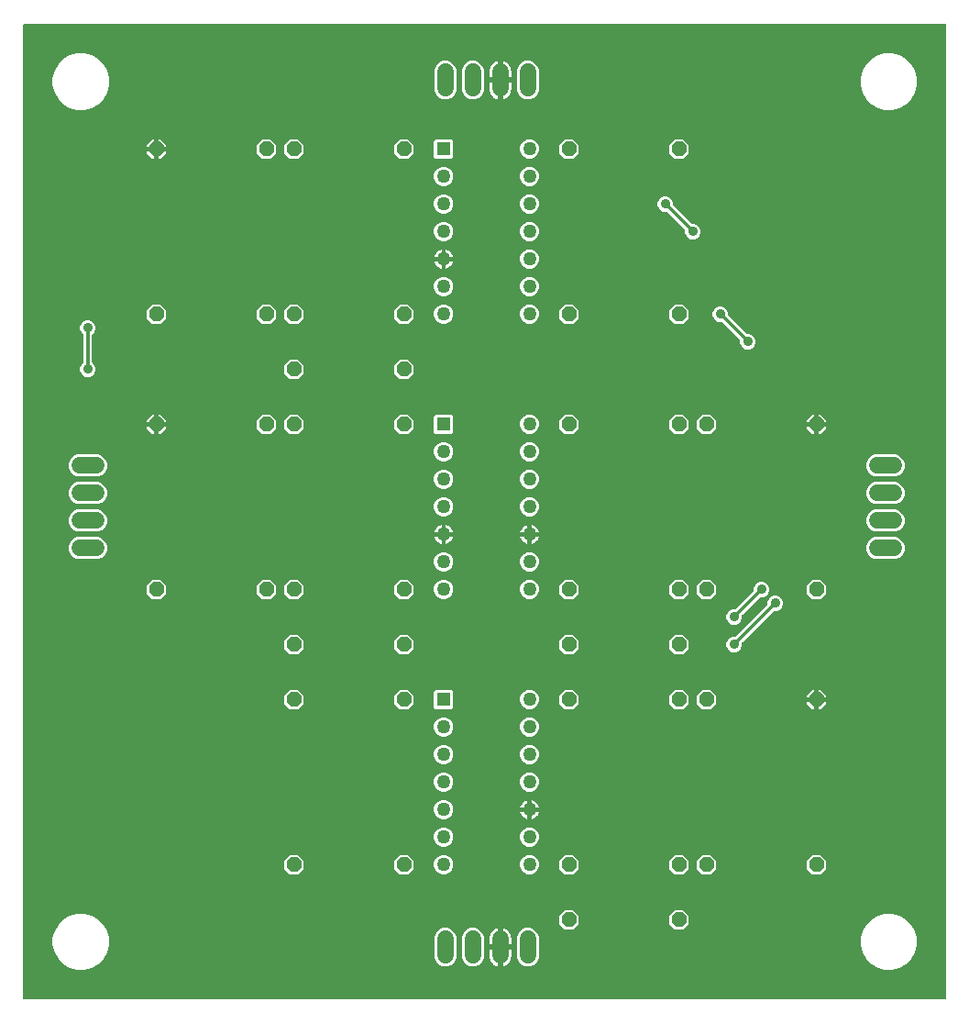
<source format=gbr>
G04 EAGLE Gerber RS-274X export*
G75*
%MOMM*%
%FSLAX34Y34*%
%LPD*%
%INBottom Copper*%
%IPPOS*%
%AMOC8*
5,1,8,0,0,1.08239X$1,22.5*%
G01*
%ADD10R,1.267000X1.267000*%
%ADD11C,1.267000*%
%ADD12P,1.429621X8X202.500000*%
%ADD13P,1.429621X8X22.500000*%
%ADD14C,1.524000*%
%ADD15C,0.914400*%
%ADD16C,0.304800*%

G36*
X861467Y10164D02*
X861467Y10164D01*
X861493Y10162D01*
X861640Y10184D01*
X861787Y10201D01*
X861812Y10209D01*
X861838Y10213D01*
X861976Y10268D01*
X862115Y10318D01*
X862137Y10332D01*
X862162Y10342D01*
X862283Y10427D01*
X862408Y10507D01*
X862426Y10526D01*
X862448Y10541D01*
X862547Y10651D01*
X862650Y10758D01*
X862664Y10780D01*
X862681Y10800D01*
X862753Y10930D01*
X862829Y11057D01*
X862837Y11082D01*
X862850Y11105D01*
X862890Y11248D01*
X862935Y11389D01*
X862937Y11415D01*
X862945Y11440D01*
X862964Y11684D01*
X862964Y909066D01*
X862961Y909092D01*
X862963Y909118D01*
X862941Y909265D01*
X862924Y909412D01*
X862916Y909437D01*
X862912Y909463D01*
X862857Y909601D01*
X862807Y909740D01*
X862793Y909762D01*
X862783Y909787D01*
X862698Y909908D01*
X862618Y910033D01*
X862599Y910051D01*
X862584Y910073D01*
X862474Y910172D01*
X862367Y910275D01*
X862345Y910289D01*
X862325Y910306D01*
X862195Y910378D01*
X862068Y910454D01*
X862043Y910462D01*
X862020Y910475D01*
X861877Y910515D01*
X861736Y910560D01*
X861710Y910562D01*
X861685Y910570D01*
X861441Y910589D01*
X11684Y910589D01*
X11658Y910586D01*
X11632Y910588D01*
X11485Y910566D01*
X11338Y910549D01*
X11313Y910541D01*
X11287Y910537D01*
X11149Y910482D01*
X11010Y910432D01*
X10988Y910418D01*
X10963Y910408D01*
X10842Y910323D01*
X10717Y910243D01*
X10699Y910224D01*
X10677Y910209D01*
X10578Y910099D01*
X10475Y909992D01*
X10461Y909970D01*
X10444Y909950D01*
X10372Y909820D01*
X10296Y909693D01*
X10288Y909668D01*
X10275Y909645D01*
X10235Y909502D01*
X10190Y909361D01*
X10188Y909335D01*
X10180Y909310D01*
X10161Y909066D01*
X10161Y11684D01*
X10164Y11658D01*
X10162Y11632D01*
X10184Y11485D01*
X10201Y11338D01*
X10209Y11313D01*
X10213Y11287D01*
X10268Y11149D01*
X10318Y11010D01*
X10332Y10988D01*
X10342Y10963D01*
X10427Y10842D01*
X10507Y10717D01*
X10526Y10699D01*
X10541Y10677D01*
X10651Y10578D01*
X10758Y10475D01*
X10780Y10461D01*
X10800Y10444D01*
X10930Y10372D01*
X11057Y10296D01*
X11082Y10288D01*
X11105Y10275D01*
X11248Y10235D01*
X11389Y10190D01*
X11415Y10188D01*
X11440Y10180D01*
X11684Y10161D01*
X861441Y10161D01*
X861467Y10164D01*
G37*
%LPC*%
G36*
X806197Y831214D02*
X806197Y831214D01*
X799576Y832989D01*
X793639Y836416D01*
X788791Y841264D01*
X785364Y847201D01*
X783589Y853822D01*
X783589Y860678D01*
X785364Y867299D01*
X788791Y873236D01*
X793639Y878084D01*
X799576Y881511D01*
X806197Y883286D01*
X813053Y883286D01*
X819674Y881511D01*
X825611Y878084D01*
X830459Y873236D01*
X833886Y867299D01*
X835661Y860678D01*
X835661Y853822D01*
X833886Y847201D01*
X830459Y841264D01*
X825611Y836416D01*
X819674Y832989D01*
X813053Y831214D01*
X806197Y831214D01*
G37*
%LPD*%
%LPC*%
G36*
X60072Y831214D02*
X60072Y831214D01*
X53451Y832989D01*
X47514Y836416D01*
X42666Y841264D01*
X39239Y847201D01*
X37464Y853822D01*
X37464Y860678D01*
X39239Y867299D01*
X42666Y873236D01*
X47514Y878084D01*
X53451Y881511D01*
X60072Y883286D01*
X66928Y883286D01*
X73549Y881511D01*
X79486Y878084D01*
X84334Y873236D01*
X87761Y867299D01*
X89536Y860678D01*
X89536Y853822D01*
X87761Y847201D01*
X84334Y841264D01*
X79486Y836416D01*
X73549Y832989D01*
X66928Y831214D01*
X60072Y831214D01*
G37*
%LPD*%
%LPC*%
G36*
X60072Y37464D02*
X60072Y37464D01*
X53451Y39239D01*
X47514Y42666D01*
X42666Y47514D01*
X39239Y53451D01*
X37464Y60072D01*
X37464Y66928D01*
X39239Y73549D01*
X42666Y79486D01*
X47514Y84334D01*
X53451Y87761D01*
X60072Y89536D01*
X66928Y89536D01*
X73549Y87761D01*
X79486Y84334D01*
X84334Y79486D01*
X87761Y73549D01*
X89536Y66928D01*
X89536Y60072D01*
X87761Y53451D01*
X84334Y47514D01*
X79486Y42666D01*
X73549Y39239D01*
X66928Y37464D01*
X60072Y37464D01*
G37*
%LPD*%
%LPC*%
G36*
X806197Y37464D02*
X806197Y37464D01*
X799576Y39239D01*
X793639Y42666D01*
X788791Y47514D01*
X785364Y53451D01*
X783589Y60072D01*
X783589Y66928D01*
X785364Y73549D01*
X788791Y79486D01*
X793639Y84334D01*
X799576Y87761D01*
X806197Y89536D01*
X813053Y89536D01*
X819674Y87761D01*
X825611Y84334D01*
X830459Y79486D01*
X833886Y73549D01*
X835661Y66928D01*
X835661Y60072D01*
X833886Y53451D01*
X830459Y47514D01*
X825611Y42666D01*
X819674Y39239D01*
X813053Y37464D01*
X806197Y37464D01*
G37*
%LPD*%
%LPC*%
G36*
X665335Y330707D02*
X665335Y330707D01*
X662721Y331790D01*
X660720Y333791D01*
X659637Y336405D01*
X659637Y339235D01*
X660720Y341849D01*
X662721Y343850D01*
X665335Y344933D01*
X667483Y344933D01*
X667609Y344947D01*
X667735Y344954D01*
X667782Y344967D01*
X667830Y344973D01*
X667949Y345015D01*
X668070Y345050D01*
X668112Y345074D01*
X668158Y345090D01*
X668264Y345159D01*
X668374Y345220D01*
X668420Y345260D01*
X668450Y345279D01*
X668484Y345314D01*
X668560Y345379D01*
X697291Y374110D01*
X697370Y374209D01*
X697454Y374302D01*
X697478Y374345D01*
X697508Y374383D01*
X697562Y374497D01*
X697623Y374607D01*
X697636Y374654D01*
X697657Y374698D01*
X697683Y374821D01*
X697718Y374943D01*
X697723Y375004D01*
X697730Y375038D01*
X697729Y375086D01*
X697737Y375187D01*
X697737Y377335D01*
X698820Y379949D01*
X700821Y381950D01*
X703435Y383033D01*
X706265Y383033D01*
X708879Y381950D01*
X710880Y379949D01*
X711963Y377335D01*
X711963Y374505D01*
X710880Y371891D01*
X708879Y369890D01*
X706265Y368807D01*
X704117Y368807D01*
X703991Y368793D01*
X703865Y368786D01*
X703818Y368773D01*
X703770Y368767D01*
X703651Y368725D01*
X703530Y368690D01*
X703488Y368666D01*
X703442Y368650D01*
X703336Y368581D01*
X703226Y368520D01*
X703180Y368480D01*
X703150Y368461D01*
X703116Y368426D01*
X703040Y368361D01*
X674309Y339630D01*
X674230Y339531D01*
X674146Y339438D01*
X674122Y339395D01*
X674092Y339357D01*
X674038Y339243D01*
X673977Y339133D01*
X673964Y339086D01*
X673943Y339042D01*
X673917Y338919D01*
X673882Y338797D01*
X673877Y338736D01*
X673870Y338702D01*
X673871Y338654D01*
X673863Y338553D01*
X673863Y336405D01*
X672780Y333791D01*
X670779Y331790D01*
X668165Y330707D01*
X665335Y330707D01*
G37*
%LPD*%
%LPC*%
G36*
X474229Y840739D02*
X474229Y840739D01*
X470494Y842286D01*
X467636Y845144D01*
X466089Y848879D01*
X466089Y868161D01*
X467636Y871896D01*
X470494Y874754D01*
X474229Y876301D01*
X478271Y876301D01*
X482006Y874754D01*
X484864Y871896D01*
X486411Y868161D01*
X486411Y848879D01*
X484864Y845144D01*
X482006Y842286D01*
X478271Y840739D01*
X474229Y840739D01*
G37*
%LPD*%
%LPC*%
G36*
X423429Y840739D02*
X423429Y840739D01*
X419694Y842286D01*
X416836Y845144D01*
X415289Y848879D01*
X415289Y868161D01*
X416836Y871896D01*
X419694Y874754D01*
X423429Y876301D01*
X427471Y876301D01*
X431206Y874754D01*
X434064Y871896D01*
X435611Y868161D01*
X435611Y848879D01*
X434064Y845144D01*
X431206Y842286D01*
X427471Y840739D01*
X423429Y840739D01*
G37*
%LPD*%
%LPC*%
G36*
X398029Y840739D02*
X398029Y840739D01*
X394294Y842286D01*
X391436Y845144D01*
X389889Y848879D01*
X389889Y868161D01*
X391436Y871896D01*
X394294Y874754D01*
X398029Y876301D01*
X402071Y876301D01*
X405806Y874754D01*
X408664Y871896D01*
X410211Y868161D01*
X410211Y848879D01*
X408664Y845144D01*
X405806Y842286D01*
X402071Y840739D01*
X398029Y840739D01*
G37*
%LPD*%
%LPC*%
G36*
X796809Y492759D02*
X796809Y492759D01*
X793074Y494306D01*
X790216Y497164D01*
X788669Y500899D01*
X788669Y504941D01*
X790216Y508676D01*
X793074Y511534D01*
X796809Y513081D01*
X816091Y513081D01*
X819826Y511534D01*
X822684Y508676D01*
X824231Y504941D01*
X824231Y500899D01*
X822684Y497164D01*
X819826Y494306D01*
X816091Y492759D01*
X796809Y492759D01*
G37*
%LPD*%
%LPC*%
G36*
X60209Y492759D02*
X60209Y492759D01*
X56474Y494306D01*
X53616Y497164D01*
X52069Y500899D01*
X52069Y504941D01*
X53616Y508676D01*
X56474Y511534D01*
X60209Y513081D01*
X79491Y513081D01*
X83226Y511534D01*
X86084Y508676D01*
X87631Y504941D01*
X87631Y500899D01*
X86084Y497164D01*
X83226Y494306D01*
X79491Y492759D01*
X60209Y492759D01*
G37*
%LPD*%
%LPC*%
G36*
X60209Y416559D02*
X60209Y416559D01*
X56474Y418106D01*
X53616Y420964D01*
X52069Y424699D01*
X52069Y428741D01*
X53616Y432476D01*
X56474Y435334D01*
X60209Y436881D01*
X79491Y436881D01*
X83226Y435334D01*
X86084Y432476D01*
X87631Y428741D01*
X87631Y424699D01*
X86084Y420964D01*
X83226Y418106D01*
X79491Y416559D01*
X60209Y416559D01*
G37*
%LPD*%
%LPC*%
G36*
X796809Y467359D02*
X796809Y467359D01*
X793074Y468906D01*
X790216Y471764D01*
X788669Y475499D01*
X788669Y479541D01*
X790216Y483276D01*
X793074Y486134D01*
X796809Y487681D01*
X816091Y487681D01*
X819826Y486134D01*
X822684Y483276D01*
X824231Y479541D01*
X824231Y475499D01*
X822684Y471764D01*
X819826Y468906D01*
X816091Y467359D01*
X796809Y467359D01*
G37*
%LPD*%
%LPC*%
G36*
X60209Y467359D02*
X60209Y467359D01*
X56474Y468906D01*
X53616Y471764D01*
X52069Y475499D01*
X52069Y479541D01*
X53616Y483276D01*
X56474Y486134D01*
X60209Y487681D01*
X79491Y487681D01*
X83226Y486134D01*
X86084Y483276D01*
X87631Y479541D01*
X87631Y475499D01*
X86084Y471764D01*
X83226Y468906D01*
X79491Y467359D01*
X60209Y467359D01*
G37*
%LPD*%
%LPC*%
G36*
X796809Y416559D02*
X796809Y416559D01*
X793074Y418106D01*
X790216Y420964D01*
X788669Y424699D01*
X788669Y428741D01*
X790216Y432476D01*
X793074Y435334D01*
X796809Y436881D01*
X816091Y436881D01*
X819826Y435334D01*
X822684Y432476D01*
X824231Y428741D01*
X824231Y424699D01*
X822684Y420964D01*
X819826Y418106D01*
X816091Y416559D01*
X796809Y416559D01*
G37*
%LPD*%
%LPC*%
G36*
X796809Y441959D02*
X796809Y441959D01*
X793074Y443506D01*
X790216Y446364D01*
X788669Y450099D01*
X788669Y454141D01*
X790216Y457876D01*
X793074Y460734D01*
X796809Y462281D01*
X816091Y462281D01*
X819826Y460734D01*
X822684Y457876D01*
X824231Y454141D01*
X824231Y450099D01*
X822684Y446364D01*
X819826Y443506D01*
X816091Y441959D01*
X796809Y441959D01*
G37*
%LPD*%
%LPC*%
G36*
X60209Y441959D02*
X60209Y441959D01*
X56474Y443506D01*
X53616Y446364D01*
X52069Y450099D01*
X52069Y454141D01*
X53616Y457876D01*
X56474Y460734D01*
X60209Y462281D01*
X79491Y462281D01*
X83226Y460734D01*
X86084Y457876D01*
X87631Y454141D01*
X87631Y450099D01*
X86084Y446364D01*
X83226Y443506D01*
X79491Y441959D01*
X60209Y441959D01*
G37*
%LPD*%
%LPC*%
G36*
X398029Y40639D02*
X398029Y40639D01*
X394294Y42186D01*
X391436Y45044D01*
X389889Y48779D01*
X389889Y68061D01*
X391436Y71796D01*
X394294Y74654D01*
X398029Y76201D01*
X402071Y76201D01*
X405806Y74654D01*
X408664Y71796D01*
X410211Y68061D01*
X410211Y48779D01*
X408664Y45044D01*
X405806Y42186D01*
X402071Y40639D01*
X398029Y40639D01*
G37*
%LPD*%
%LPC*%
G36*
X423429Y40639D02*
X423429Y40639D01*
X419694Y42186D01*
X416836Y45044D01*
X415289Y48779D01*
X415289Y68061D01*
X416836Y71796D01*
X419694Y74654D01*
X423429Y76201D01*
X427471Y76201D01*
X431206Y74654D01*
X434064Y71796D01*
X435611Y68061D01*
X435611Y48779D01*
X434064Y45044D01*
X431206Y42186D01*
X427471Y40639D01*
X423429Y40639D01*
G37*
%LPD*%
%LPC*%
G36*
X474229Y40639D02*
X474229Y40639D01*
X470494Y42186D01*
X467636Y45044D01*
X466089Y48779D01*
X466089Y68061D01*
X467636Y71796D01*
X470494Y74654D01*
X474229Y76201D01*
X478271Y76201D01*
X482006Y74654D01*
X484864Y71796D01*
X486411Y68061D01*
X486411Y48779D01*
X484864Y45044D01*
X482006Y42186D01*
X478271Y40639D01*
X474229Y40639D01*
G37*
%LPD*%
%LPC*%
G36*
X68435Y584707D02*
X68435Y584707D01*
X65821Y585790D01*
X63820Y587791D01*
X62737Y590405D01*
X62737Y593235D01*
X63820Y595849D01*
X65339Y597368D01*
X65418Y597467D01*
X65502Y597561D01*
X65526Y597603D01*
X65556Y597641D01*
X65610Y597755D01*
X65671Y597866D01*
X65684Y597912D01*
X65705Y597956D01*
X65731Y598080D01*
X65766Y598201D01*
X65771Y598262D01*
X65778Y598297D01*
X65777Y598345D01*
X65785Y598445D01*
X65785Y623295D01*
X65771Y623420D01*
X65764Y623547D01*
X65751Y623593D01*
X65745Y623641D01*
X65703Y623760D01*
X65668Y623882D01*
X65644Y623924D01*
X65628Y623969D01*
X65559Y624075D01*
X65498Y624186D01*
X65458Y624232D01*
X65439Y624262D01*
X65404Y624296D01*
X65339Y624372D01*
X63820Y625891D01*
X62737Y628505D01*
X62737Y631335D01*
X63820Y633949D01*
X65821Y635950D01*
X68435Y637033D01*
X71265Y637033D01*
X73879Y635950D01*
X75880Y633949D01*
X76963Y631335D01*
X76963Y628505D01*
X75880Y625891D01*
X74361Y624372D01*
X74282Y624273D01*
X74198Y624179D01*
X74174Y624137D01*
X74144Y624099D01*
X74090Y623985D01*
X74029Y623874D01*
X74016Y623828D01*
X73995Y623784D01*
X73969Y623660D01*
X73934Y623539D01*
X73929Y623478D01*
X73922Y623443D01*
X73923Y623395D01*
X73915Y623295D01*
X73915Y598445D01*
X73929Y598320D01*
X73936Y598193D01*
X73949Y598147D01*
X73955Y598099D01*
X73997Y597980D01*
X74032Y597858D01*
X74056Y597816D01*
X74072Y597771D01*
X74141Y597665D01*
X74202Y597554D01*
X74242Y597508D01*
X74261Y597478D01*
X74296Y597444D01*
X74361Y597368D01*
X75880Y595849D01*
X76963Y593235D01*
X76963Y590405D01*
X75880Y587791D01*
X73879Y585790D01*
X71265Y584707D01*
X68435Y584707D01*
G37*
%LPD*%
%LPC*%
G36*
X665335Y356107D02*
X665335Y356107D01*
X662721Y357190D01*
X660720Y359191D01*
X659637Y361805D01*
X659637Y364635D01*
X660720Y367249D01*
X662721Y369250D01*
X665335Y370333D01*
X667483Y370333D01*
X667609Y370347D01*
X667735Y370354D01*
X667782Y370367D01*
X667830Y370373D01*
X667949Y370415D01*
X668070Y370450D01*
X668112Y370474D01*
X668158Y370490D01*
X668264Y370559D01*
X668374Y370620D01*
X668420Y370660D01*
X668450Y370679D01*
X668484Y370714D01*
X668560Y370779D01*
X684591Y386810D01*
X684670Y386909D01*
X684754Y387002D01*
X684778Y387045D01*
X684808Y387083D01*
X684862Y387197D01*
X684923Y387307D01*
X684936Y387354D01*
X684957Y387398D01*
X684983Y387521D01*
X685018Y387643D01*
X685023Y387704D01*
X685030Y387738D01*
X685029Y387786D01*
X685037Y387887D01*
X685037Y390035D01*
X686120Y392649D01*
X688121Y394650D01*
X690735Y395733D01*
X693565Y395733D01*
X696179Y394650D01*
X698180Y392649D01*
X699263Y390035D01*
X699263Y387205D01*
X698180Y384591D01*
X696179Y382590D01*
X693565Y381507D01*
X691417Y381507D01*
X691291Y381493D01*
X691165Y381486D01*
X691118Y381473D01*
X691070Y381467D01*
X690951Y381425D01*
X690830Y381390D01*
X690788Y381366D01*
X690742Y381350D01*
X690636Y381281D01*
X690526Y381220D01*
X690480Y381180D01*
X690450Y381161D01*
X690416Y381126D01*
X690340Y381061D01*
X674309Y365030D01*
X674230Y364931D01*
X674146Y364838D01*
X674122Y364795D01*
X674092Y364757D01*
X674038Y364643D01*
X673977Y364533D01*
X673964Y364486D01*
X673943Y364442D01*
X673917Y364319D01*
X673882Y364197D01*
X673877Y364136D01*
X673870Y364102D01*
X673871Y364054D01*
X673863Y363953D01*
X673863Y361805D01*
X672780Y359191D01*
X670779Y357190D01*
X668165Y356107D01*
X665335Y356107D01*
G37*
%LPD*%
%LPC*%
G36*
X627235Y711707D02*
X627235Y711707D01*
X624621Y712790D01*
X622620Y714791D01*
X621537Y717405D01*
X621537Y719553D01*
X621523Y719679D01*
X621516Y719805D01*
X621503Y719852D01*
X621497Y719900D01*
X621455Y720019D01*
X621420Y720140D01*
X621396Y720182D01*
X621380Y720228D01*
X621311Y720334D01*
X621250Y720444D01*
X621210Y720490D01*
X621191Y720520D01*
X621156Y720554D01*
X621091Y720630D01*
X605060Y736661D01*
X604961Y736740D01*
X604868Y736824D01*
X604825Y736848D01*
X604787Y736878D01*
X604673Y736932D01*
X604563Y736993D01*
X604516Y737006D01*
X604472Y737027D01*
X604349Y737053D01*
X604227Y737088D01*
X604166Y737093D01*
X604132Y737100D01*
X604084Y737099D01*
X603983Y737107D01*
X601835Y737107D01*
X599221Y738190D01*
X597220Y740191D01*
X596137Y742805D01*
X596137Y745635D01*
X597220Y748249D01*
X599221Y750250D01*
X601835Y751333D01*
X604665Y751333D01*
X607279Y750250D01*
X609280Y748249D01*
X610363Y745635D01*
X610363Y743487D01*
X610377Y743361D01*
X610384Y743235D01*
X610397Y743188D01*
X610403Y743140D01*
X610445Y743021D01*
X610480Y742900D01*
X610504Y742858D01*
X610520Y742812D01*
X610589Y742706D01*
X610650Y742596D01*
X610690Y742550D01*
X610709Y742520D01*
X610744Y742486D01*
X610809Y742410D01*
X626840Y726379D01*
X626939Y726300D01*
X627032Y726216D01*
X627075Y726192D01*
X627113Y726162D01*
X627227Y726108D01*
X627337Y726047D01*
X627384Y726034D01*
X627428Y726013D01*
X627551Y725987D01*
X627673Y725952D01*
X627734Y725947D01*
X627768Y725940D01*
X627816Y725941D01*
X627917Y725933D01*
X630065Y725933D01*
X632679Y724850D01*
X634680Y722849D01*
X635763Y720235D01*
X635763Y717405D01*
X634680Y714791D01*
X632679Y712790D01*
X630065Y711707D01*
X627235Y711707D01*
G37*
%LPD*%
%LPC*%
G36*
X678035Y610107D02*
X678035Y610107D01*
X675421Y611190D01*
X673420Y613191D01*
X672337Y615805D01*
X672337Y617953D01*
X672335Y617973D01*
X672336Y617990D01*
X672323Y618081D01*
X672316Y618205D01*
X672303Y618252D01*
X672297Y618300D01*
X672255Y618419D01*
X672220Y618540D01*
X672196Y618582D01*
X672180Y618628D01*
X672111Y618734D01*
X672050Y618844D01*
X672010Y618890D01*
X671991Y618920D01*
X671956Y618954D01*
X671891Y619030D01*
X655860Y635061D01*
X655761Y635140D01*
X655668Y635224D01*
X655625Y635248D01*
X655587Y635278D01*
X655473Y635332D01*
X655363Y635393D01*
X655316Y635406D01*
X655272Y635427D01*
X655149Y635453D01*
X655027Y635488D01*
X654966Y635493D01*
X654932Y635500D01*
X654884Y635499D01*
X654783Y635507D01*
X652635Y635507D01*
X650021Y636590D01*
X648020Y638591D01*
X646937Y641205D01*
X646937Y644035D01*
X648020Y646649D01*
X650021Y648650D01*
X652635Y649733D01*
X655465Y649733D01*
X658079Y648650D01*
X660080Y646649D01*
X661163Y644035D01*
X661163Y641887D01*
X661177Y641761D01*
X661184Y641635D01*
X661197Y641588D01*
X661203Y641540D01*
X661245Y641421D01*
X661280Y641300D01*
X661304Y641258D01*
X661320Y641212D01*
X661389Y641106D01*
X661450Y640996D01*
X661490Y640950D01*
X661509Y640920D01*
X661544Y640886D01*
X661609Y640810D01*
X677640Y624779D01*
X677739Y624700D01*
X677832Y624616D01*
X677875Y624592D01*
X677913Y624562D01*
X678027Y624508D01*
X678137Y624447D01*
X678184Y624434D01*
X678228Y624413D01*
X678351Y624387D01*
X678473Y624352D01*
X678534Y624347D01*
X678568Y624340D01*
X678616Y624341D01*
X678717Y624333D01*
X680865Y624333D01*
X683479Y623250D01*
X685480Y621249D01*
X686563Y618635D01*
X686563Y615805D01*
X685480Y613191D01*
X683479Y611190D01*
X680865Y610107D01*
X678035Y610107D01*
G37*
%LPD*%
%LPC*%
G36*
X391073Y278144D02*
X391073Y278144D01*
X389584Y279633D01*
X389584Y294407D01*
X391073Y295896D01*
X405847Y295896D01*
X407336Y294407D01*
X407336Y279633D01*
X405847Y278144D01*
X391073Y278144D01*
G37*
%LPD*%
%LPC*%
G36*
X391073Y786144D02*
X391073Y786144D01*
X389584Y787633D01*
X389584Y802407D01*
X391073Y803896D01*
X405847Y803896D01*
X407336Y802407D01*
X407336Y787633D01*
X405847Y786144D01*
X391073Y786144D01*
G37*
%LPD*%
%LPC*%
G36*
X391073Y532144D02*
X391073Y532144D01*
X389584Y533633D01*
X389584Y548407D01*
X391073Y549896D01*
X405847Y549896D01*
X407336Y548407D01*
X407336Y533633D01*
X405847Y532144D01*
X391073Y532144D01*
G37*
%LPD*%
%LPC*%
G36*
X612162Y74675D02*
X612162Y74675D01*
X606805Y80032D01*
X606805Y87608D01*
X612162Y92965D01*
X619738Y92965D01*
X625095Y87608D01*
X625095Y80032D01*
X619738Y74675D01*
X612162Y74675D01*
G37*
%LPD*%
%LPC*%
G36*
X510562Y74675D02*
X510562Y74675D01*
X505205Y80032D01*
X505205Y87608D01*
X510562Y92965D01*
X518138Y92965D01*
X523495Y87608D01*
X523495Y80032D01*
X518138Y74675D01*
X510562Y74675D01*
G37*
%LPD*%
%LPC*%
G36*
X358162Y379475D02*
X358162Y379475D01*
X352805Y384832D01*
X352805Y392408D01*
X358162Y397765D01*
X365738Y397765D01*
X371095Y392408D01*
X371095Y384832D01*
X365738Y379475D01*
X358162Y379475D01*
G37*
%LPD*%
%LPC*%
G36*
X739162Y379475D02*
X739162Y379475D01*
X733805Y384832D01*
X733805Y392408D01*
X739162Y397765D01*
X746738Y397765D01*
X752095Y392408D01*
X752095Y384832D01*
X746738Y379475D01*
X739162Y379475D01*
G37*
%LPD*%
%LPC*%
G36*
X637562Y379475D02*
X637562Y379475D01*
X632205Y384832D01*
X632205Y392408D01*
X637562Y397765D01*
X645138Y397765D01*
X650495Y392408D01*
X650495Y384832D01*
X645138Y379475D01*
X637562Y379475D01*
G37*
%LPD*%
%LPC*%
G36*
X612162Y379475D02*
X612162Y379475D01*
X606805Y384832D01*
X606805Y392408D01*
X612162Y397765D01*
X619738Y397765D01*
X625095Y392408D01*
X625095Y384832D01*
X619738Y379475D01*
X612162Y379475D01*
G37*
%LPD*%
%LPC*%
G36*
X612162Y785875D02*
X612162Y785875D01*
X606805Y791232D01*
X606805Y798808D01*
X612162Y804165D01*
X619738Y804165D01*
X625095Y798808D01*
X625095Y791232D01*
X619738Y785875D01*
X612162Y785875D01*
G37*
%LPD*%
%LPC*%
G36*
X510562Y785875D02*
X510562Y785875D01*
X505205Y791232D01*
X505205Y798808D01*
X510562Y804165D01*
X518138Y804165D01*
X523495Y798808D01*
X523495Y791232D01*
X518138Y785875D01*
X510562Y785875D01*
G37*
%LPD*%
%LPC*%
G36*
X358162Y785875D02*
X358162Y785875D01*
X352805Y791232D01*
X352805Y798808D01*
X358162Y804165D01*
X365738Y804165D01*
X371095Y798808D01*
X371095Y791232D01*
X365738Y785875D01*
X358162Y785875D01*
G37*
%LPD*%
%LPC*%
G36*
X256562Y785875D02*
X256562Y785875D01*
X251205Y791232D01*
X251205Y798808D01*
X256562Y804165D01*
X264138Y804165D01*
X269495Y798808D01*
X269495Y791232D01*
X264138Y785875D01*
X256562Y785875D01*
G37*
%LPD*%
%LPC*%
G36*
X231162Y785875D02*
X231162Y785875D01*
X225805Y791232D01*
X225805Y798808D01*
X231162Y804165D01*
X238738Y804165D01*
X244095Y798808D01*
X244095Y791232D01*
X238738Y785875D01*
X231162Y785875D01*
G37*
%LPD*%
%LPC*%
G36*
X510562Y379475D02*
X510562Y379475D01*
X505205Y384832D01*
X505205Y392408D01*
X510562Y397765D01*
X518138Y397765D01*
X523495Y392408D01*
X523495Y384832D01*
X518138Y379475D01*
X510562Y379475D01*
G37*
%LPD*%
%LPC*%
G36*
X256562Y379475D02*
X256562Y379475D01*
X251205Y384832D01*
X251205Y392408D01*
X256562Y397765D01*
X264138Y397765D01*
X269495Y392408D01*
X269495Y384832D01*
X264138Y379475D01*
X256562Y379475D01*
G37*
%LPD*%
%LPC*%
G36*
X231162Y379475D02*
X231162Y379475D01*
X225805Y384832D01*
X225805Y392408D01*
X231162Y397765D01*
X238738Y397765D01*
X244095Y392408D01*
X244095Y384832D01*
X238738Y379475D01*
X231162Y379475D01*
G37*
%LPD*%
%LPC*%
G36*
X129562Y379475D02*
X129562Y379475D01*
X124205Y384832D01*
X124205Y392408D01*
X129562Y397765D01*
X137138Y397765D01*
X142495Y392408D01*
X142495Y384832D01*
X137138Y379475D01*
X129562Y379475D01*
G37*
%LPD*%
%LPC*%
G36*
X358162Y328675D02*
X358162Y328675D01*
X352805Y334032D01*
X352805Y341608D01*
X358162Y346965D01*
X365738Y346965D01*
X371095Y341608D01*
X371095Y334032D01*
X365738Y328675D01*
X358162Y328675D01*
G37*
%LPD*%
%LPC*%
G36*
X256562Y328675D02*
X256562Y328675D01*
X251205Y334032D01*
X251205Y341608D01*
X256562Y346965D01*
X264138Y346965D01*
X269495Y341608D01*
X269495Y334032D01*
X264138Y328675D01*
X256562Y328675D01*
G37*
%LPD*%
%LPC*%
G36*
X612162Y328675D02*
X612162Y328675D01*
X606805Y334032D01*
X606805Y341608D01*
X612162Y346965D01*
X619738Y346965D01*
X625095Y341608D01*
X625095Y334032D01*
X619738Y328675D01*
X612162Y328675D01*
G37*
%LPD*%
%LPC*%
G36*
X510562Y328675D02*
X510562Y328675D01*
X505205Y334032D01*
X505205Y341608D01*
X510562Y346965D01*
X518138Y346965D01*
X523495Y341608D01*
X523495Y334032D01*
X518138Y328675D01*
X510562Y328675D01*
G37*
%LPD*%
%LPC*%
G36*
X256562Y277875D02*
X256562Y277875D01*
X251205Y283232D01*
X251205Y290808D01*
X256562Y296165D01*
X264138Y296165D01*
X269495Y290808D01*
X269495Y283232D01*
X264138Y277875D01*
X256562Y277875D01*
G37*
%LPD*%
%LPC*%
G36*
X637562Y277875D02*
X637562Y277875D01*
X632205Y283232D01*
X632205Y290808D01*
X637562Y296165D01*
X645138Y296165D01*
X650495Y290808D01*
X650495Y283232D01*
X645138Y277875D01*
X637562Y277875D01*
G37*
%LPD*%
%LPC*%
G36*
X612162Y277875D02*
X612162Y277875D01*
X606805Y283232D01*
X606805Y290808D01*
X612162Y296165D01*
X619738Y296165D01*
X625095Y290808D01*
X625095Y283232D01*
X619738Y277875D01*
X612162Y277875D01*
G37*
%LPD*%
%LPC*%
G36*
X510562Y277875D02*
X510562Y277875D01*
X505205Y283232D01*
X505205Y290808D01*
X510562Y296165D01*
X518138Y296165D01*
X523495Y290808D01*
X523495Y283232D01*
X518138Y277875D01*
X510562Y277875D01*
G37*
%LPD*%
%LPC*%
G36*
X358162Y277875D02*
X358162Y277875D01*
X352805Y283232D01*
X352805Y290808D01*
X358162Y296165D01*
X365738Y296165D01*
X371095Y290808D01*
X371095Y283232D01*
X365738Y277875D01*
X358162Y277875D01*
G37*
%LPD*%
%LPC*%
G36*
X739162Y125475D02*
X739162Y125475D01*
X733805Y130832D01*
X733805Y138408D01*
X739162Y143765D01*
X746738Y143765D01*
X752095Y138408D01*
X752095Y130832D01*
X746738Y125475D01*
X739162Y125475D01*
G37*
%LPD*%
%LPC*%
G36*
X637562Y125475D02*
X637562Y125475D01*
X632205Y130832D01*
X632205Y138408D01*
X637562Y143765D01*
X645138Y143765D01*
X650495Y138408D01*
X650495Y130832D01*
X645138Y125475D01*
X637562Y125475D01*
G37*
%LPD*%
%LPC*%
G36*
X612162Y125475D02*
X612162Y125475D01*
X606805Y130832D01*
X606805Y138408D01*
X612162Y143765D01*
X619738Y143765D01*
X625095Y138408D01*
X625095Y130832D01*
X619738Y125475D01*
X612162Y125475D01*
G37*
%LPD*%
%LPC*%
G36*
X612162Y633475D02*
X612162Y633475D01*
X606805Y638832D01*
X606805Y646408D01*
X612162Y651765D01*
X619738Y651765D01*
X625095Y646408D01*
X625095Y638832D01*
X619738Y633475D01*
X612162Y633475D01*
G37*
%LPD*%
%LPC*%
G36*
X510562Y633475D02*
X510562Y633475D01*
X505205Y638832D01*
X505205Y646408D01*
X510562Y651765D01*
X518138Y651765D01*
X523495Y646408D01*
X523495Y638832D01*
X518138Y633475D01*
X510562Y633475D01*
G37*
%LPD*%
%LPC*%
G36*
X358162Y633475D02*
X358162Y633475D01*
X352805Y638832D01*
X352805Y646408D01*
X358162Y651765D01*
X365738Y651765D01*
X371095Y646408D01*
X371095Y638832D01*
X365738Y633475D01*
X358162Y633475D01*
G37*
%LPD*%
%LPC*%
G36*
X256562Y633475D02*
X256562Y633475D01*
X251205Y638832D01*
X251205Y646408D01*
X256562Y651765D01*
X264138Y651765D01*
X269495Y646408D01*
X269495Y638832D01*
X264138Y633475D01*
X256562Y633475D01*
G37*
%LPD*%
%LPC*%
G36*
X231162Y633475D02*
X231162Y633475D01*
X225805Y638832D01*
X225805Y646408D01*
X231162Y651765D01*
X238738Y651765D01*
X244095Y646408D01*
X244095Y638832D01*
X238738Y633475D01*
X231162Y633475D01*
G37*
%LPD*%
%LPC*%
G36*
X129562Y633475D02*
X129562Y633475D01*
X124205Y638832D01*
X124205Y646408D01*
X129562Y651765D01*
X137138Y651765D01*
X142495Y646408D01*
X142495Y638832D01*
X137138Y633475D01*
X129562Y633475D01*
G37*
%LPD*%
%LPC*%
G36*
X510562Y125475D02*
X510562Y125475D01*
X505205Y130832D01*
X505205Y138408D01*
X510562Y143765D01*
X518138Y143765D01*
X523495Y138408D01*
X523495Y130832D01*
X518138Y125475D01*
X510562Y125475D01*
G37*
%LPD*%
%LPC*%
G36*
X358162Y125475D02*
X358162Y125475D01*
X352805Y130832D01*
X352805Y138408D01*
X358162Y143765D01*
X365738Y143765D01*
X371095Y138408D01*
X371095Y130832D01*
X365738Y125475D01*
X358162Y125475D01*
G37*
%LPD*%
%LPC*%
G36*
X358162Y582675D02*
X358162Y582675D01*
X352805Y588032D01*
X352805Y595608D01*
X358162Y600965D01*
X365738Y600965D01*
X371095Y595608D01*
X371095Y588032D01*
X365738Y582675D01*
X358162Y582675D01*
G37*
%LPD*%
%LPC*%
G36*
X256562Y582675D02*
X256562Y582675D01*
X251205Y588032D01*
X251205Y595608D01*
X256562Y600965D01*
X264138Y600965D01*
X269495Y595608D01*
X269495Y588032D01*
X264138Y582675D01*
X256562Y582675D01*
G37*
%LPD*%
%LPC*%
G36*
X612162Y531875D02*
X612162Y531875D01*
X606805Y537232D01*
X606805Y544808D01*
X612162Y550165D01*
X619738Y550165D01*
X625095Y544808D01*
X625095Y537232D01*
X619738Y531875D01*
X612162Y531875D01*
G37*
%LPD*%
%LPC*%
G36*
X510562Y531875D02*
X510562Y531875D01*
X505205Y537232D01*
X505205Y544808D01*
X510562Y550165D01*
X518138Y550165D01*
X523495Y544808D01*
X523495Y537232D01*
X518138Y531875D01*
X510562Y531875D01*
G37*
%LPD*%
%LPC*%
G36*
X256562Y125475D02*
X256562Y125475D01*
X251205Y130832D01*
X251205Y138408D01*
X256562Y143765D01*
X264138Y143765D01*
X269495Y138408D01*
X269495Y130832D01*
X264138Y125475D01*
X256562Y125475D01*
G37*
%LPD*%
%LPC*%
G36*
X637562Y531875D02*
X637562Y531875D01*
X632205Y537232D01*
X632205Y544808D01*
X637562Y550165D01*
X645138Y550165D01*
X650495Y544808D01*
X650495Y537232D01*
X645138Y531875D01*
X637562Y531875D01*
G37*
%LPD*%
%LPC*%
G36*
X358162Y531875D02*
X358162Y531875D01*
X352805Y537232D01*
X352805Y544808D01*
X358162Y550165D01*
X365738Y550165D01*
X371095Y544808D01*
X371095Y537232D01*
X365738Y531875D01*
X358162Y531875D01*
G37*
%LPD*%
%LPC*%
G36*
X256562Y531875D02*
X256562Y531875D01*
X251205Y537232D01*
X251205Y544808D01*
X256562Y550165D01*
X264138Y550165D01*
X269495Y544808D01*
X269495Y537232D01*
X264138Y531875D01*
X256562Y531875D01*
G37*
%LPD*%
%LPC*%
G36*
X231162Y531875D02*
X231162Y531875D01*
X225805Y537232D01*
X225805Y544808D01*
X231162Y550165D01*
X238738Y550165D01*
X244095Y544808D01*
X244095Y537232D01*
X238738Y531875D01*
X231162Y531875D01*
G37*
%LPD*%
%LPC*%
G36*
X476075Y760744D02*
X476075Y760744D01*
X472812Y762096D01*
X470316Y764592D01*
X468964Y767855D01*
X468964Y771385D01*
X470316Y774648D01*
X472812Y777144D01*
X476075Y778496D01*
X479605Y778496D01*
X482868Y777144D01*
X485364Y774648D01*
X486716Y771385D01*
X486716Y767855D01*
X485364Y764592D01*
X482868Y762096D01*
X479605Y760744D01*
X476075Y760744D01*
G37*
%LPD*%
%LPC*%
G36*
X396695Y405144D02*
X396695Y405144D01*
X393432Y406496D01*
X390936Y408992D01*
X389584Y412255D01*
X389584Y415785D01*
X390936Y419048D01*
X393432Y421544D01*
X396695Y422896D01*
X400225Y422896D01*
X403488Y421544D01*
X405984Y419048D01*
X407336Y415785D01*
X407336Y412255D01*
X405984Y408992D01*
X403488Y406496D01*
X400225Y405144D01*
X396695Y405144D01*
G37*
%LPD*%
%LPC*%
G36*
X396695Y379744D02*
X396695Y379744D01*
X393432Y381096D01*
X390936Y383592D01*
X389584Y386855D01*
X389584Y390385D01*
X390936Y393648D01*
X393432Y396144D01*
X396695Y397496D01*
X400225Y397496D01*
X403488Y396144D01*
X405984Y393648D01*
X407336Y390385D01*
X407336Y386855D01*
X405984Y383592D01*
X403488Y381096D01*
X400225Y379744D01*
X396695Y379744D01*
G37*
%LPD*%
%LPC*%
G36*
X396695Y455944D02*
X396695Y455944D01*
X393432Y457296D01*
X390936Y459792D01*
X389584Y463055D01*
X389584Y466585D01*
X390936Y469848D01*
X393432Y472344D01*
X396695Y473696D01*
X400225Y473696D01*
X403488Y472344D01*
X405984Y469848D01*
X407336Y466585D01*
X407336Y463055D01*
X405984Y459792D01*
X403488Y457296D01*
X400225Y455944D01*
X396695Y455944D01*
G37*
%LPD*%
%LPC*%
G36*
X396695Y125744D02*
X396695Y125744D01*
X393432Y127096D01*
X390936Y129592D01*
X389584Y132855D01*
X389584Y136385D01*
X390936Y139648D01*
X393432Y142144D01*
X396695Y143496D01*
X400225Y143496D01*
X403488Y142144D01*
X405984Y139648D01*
X407336Y136385D01*
X407336Y132855D01*
X405984Y129592D01*
X403488Y127096D01*
X400225Y125744D01*
X396695Y125744D01*
G37*
%LPD*%
%LPC*%
G36*
X476075Y125744D02*
X476075Y125744D01*
X472812Y127096D01*
X470316Y129592D01*
X468964Y132855D01*
X468964Y136385D01*
X470316Y139648D01*
X472812Y142144D01*
X476075Y143496D01*
X479605Y143496D01*
X482868Y142144D01*
X485364Y139648D01*
X486716Y136385D01*
X486716Y132855D01*
X485364Y129592D01*
X482868Y127096D01*
X479605Y125744D01*
X476075Y125744D01*
G37*
%LPD*%
%LPC*%
G36*
X476075Y786144D02*
X476075Y786144D01*
X472812Y787496D01*
X470316Y789992D01*
X468964Y793255D01*
X468964Y796785D01*
X470316Y800048D01*
X472812Y802544D01*
X476075Y803896D01*
X479605Y803896D01*
X482868Y802544D01*
X485364Y800048D01*
X486716Y796785D01*
X486716Y793255D01*
X485364Y789992D01*
X482868Y787496D01*
X479605Y786144D01*
X476075Y786144D01*
G37*
%LPD*%
%LPC*%
G36*
X476075Y379744D02*
X476075Y379744D01*
X472812Y381096D01*
X470316Y383592D01*
X468964Y386855D01*
X468964Y390385D01*
X470316Y393648D01*
X472812Y396144D01*
X476075Y397496D01*
X479605Y397496D01*
X482868Y396144D01*
X485364Y393648D01*
X486716Y390385D01*
X486716Y386855D01*
X485364Y383592D01*
X482868Y381096D01*
X479605Y379744D01*
X476075Y379744D01*
G37*
%LPD*%
%LPC*%
G36*
X476075Y481344D02*
X476075Y481344D01*
X472812Y482696D01*
X470316Y485192D01*
X468964Y488455D01*
X468964Y491985D01*
X470316Y495248D01*
X472812Y497744D01*
X476075Y499096D01*
X479605Y499096D01*
X482868Y497744D01*
X485364Y495248D01*
X486716Y491985D01*
X486716Y488455D01*
X485364Y485192D01*
X482868Y482696D01*
X479605Y481344D01*
X476075Y481344D01*
G37*
%LPD*%
%LPC*%
G36*
X476075Y532144D02*
X476075Y532144D01*
X472812Y533496D01*
X470316Y535992D01*
X468964Y539255D01*
X468964Y542785D01*
X470316Y546048D01*
X472812Y548544D01*
X476075Y549896D01*
X479605Y549896D01*
X482868Y548544D01*
X485364Y546048D01*
X486716Y542785D01*
X486716Y539255D01*
X485364Y535992D01*
X482868Y533496D01*
X479605Y532144D01*
X476075Y532144D01*
G37*
%LPD*%
%LPC*%
G36*
X396695Y760744D02*
X396695Y760744D01*
X393432Y762096D01*
X390936Y764592D01*
X389584Y767855D01*
X389584Y771385D01*
X390936Y774648D01*
X393432Y777144D01*
X396695Y778496D01*
X400225Y778496D01*
X403488Y777144D01*
X405984Y774648D01*
X407336Y771385D01*
X407336Y767855D01*
X405984Y764592D01*
X403488Y762096D01*
X400225Y760744D01*
X396695Y760744D01*
G37*
%LPD*%
%LPC*%
G36*
X476075Y735344D02*
X476075Y735344D01*
X472812Y736696D01*
X470316Y739192D01*
X468964Y742455D01*
X468964Y745985D01*
X470316Y749248D01*
X472812Y751744D01*
X476075Y753096D01*
X479605Y753096D01*
X482868Y751744D01*
X485364Y749248D01*
X486716Y745985D01*
X486716Y742455D01*
X485364Y739192D01*
X482868Y736696D01*
X479605Y735344D01*
X476075Y735344D01*
G37*
%LPD*%
%LPC*%
G36*
X396695Y735344D02*
X396695Y735344D01*
X393432Y736696D01*
X390936Y739192D01*
X389584Y742455D01*
X389584Y745985D01*
X390936Y749248D01*
X393432Y751744D01*
X396695Y753096D01*
X400225Y753096D01*
X403488Y751744D01*
X405984Y749248D01*
X407336Y745985D01*
X407336Y742455D01*
X405984Y739192D01*
X403488Y736696D01*
X400225Y735344D01*
X396695Y735344D01*
G37*
%LPD*%
%LPC*%
G36*
X476075Y709944D02*
X476075Y709944D01*
X472812Y711296D01*
X470316Y713792D01*
X468964Y717055D01*
X468964Y720585D01*
X470316Y723848D01*
X472812Y726344D01*
X476075Y727696D01*
X479605Y727696D01*
X482868Y726344D01*
X485364Y723848D01*
X486716Y720585D01*
X486716Y717055D01*
X485364Y713792D01*
X482868Y711296D01*
X479605Y709944D01*
X476075Y709944D01*
G37*
%LPD*%
%LPC*%
G36*
X396695Y709944D02*
X396695Y709944D01*
X393432Y711296D01*
X390936Y713792D01*
X389584Y717055D01*
X389584Y720585D01*
X390936Y723848D01*
X393432Y726344D01*
X396695Y727696D01*
X400225Y727696D01*
X403488Y726344D01*
X405984Y723848D01*
X407336Y720585D01*
X407336Y717055D01*
X405984Y713792D01*
X403488Y711296D01*
X400225Y709944D01*
X396695Y709944D01*
G37*
%LPD*%
%LPC*%
G36*
X476075Y684544D02*
X476075Y684544D01*
X472812Y685896D01*
X470316Y688392D01*
X468964Y691655D01*
X468964Y695185D01*
X470316Y698448D01*
X472812Y700944D01*
X476075Y702296D01*
X479605Y702296D01*
X482868Y700944D01*
X485364Y698448D01*
X486716Y695185D01*
X486716Y691655D01*
X485364Y688392D01*
X482868Y685896D01*
X479605Y684544D01*
X476075Y684544D01*
G37*
%LPD*%
%LPC*%
G36*
X396695Y151144D02*
X396695Y151144D01*
X393432Y152496D01*
X390936Y154992D01*
X389584Y158255D01*
X389584Y161785D01*
X390936Y165048D01*
X393432Y167544D01*
X396695Y168896D01*
X400225Y168896D01*
X403488Y167544D01*
X405984Y165048D01*
X407336Y161785D01*
X407336Y158255D01*
X405984Y154992D01*
X403488Y152496D01*
X400225Y151144D01*
X396695Y151144D01*
G37*
%LPD*%
%LPC*%
G36*
X476075Y151144D02*
X476075Y151144D01*
X472812Y152496D01*
X470316Y154992D01*
X468964Y158255D01*
X468964Y161785D01*
X470316Y165048D01*
X472812Y167544D01*
X476075Y168896D01*
X479605Y168896D01*
X482868Y167544D01*
X485364Y165048D01*
X486716Y161785D01*
X486716Y158255D01*
X485364Y154992D01*
X482868Y152496D01*
X479605Y151144D01*
X476075Y151144D01*
G37*
%LPD*%
%LPC*%
G36*
X396695Y176544D02*
X396695Y176544D01*
X393432Y177896D01*
X390936Y180392D01*
X389584Y183655D01*
X389584Y187185D01*
X390936Y190448D01*
X393432Y192944D01*
X396695Y194296D01*
X400225Y194296D01*
X403488Y192944D01*
X405984Y190448D01*
X407336Y187185D01*
X407336Y183655D01*
X405984Y180392D01*
X403488Y177896D01*
X400225Y176544D01*
X396695Y176544D01*
G37*
%LPD*%
%LPC*%
G36*
X396695Y201944D02*
X396695Y201944D01*
X393432Y203296D01*
X390936Y205792D01*
X389584Y209055D01*
X389584Y212585D01*
X390936Y215848D01*
X393432Y218344D01*
X396695Y219696D01*
X400225Y219696D01*
X403488Y218344D01*
X405984Y215848D01*
X407336Y212585D01*
X407336Y209055D01*
X405984Y205792D01*
X403488Y203296D01*
X400225Y201944D01*
X396695Y201944D01*
G37*
%LPD*%
%LPC*%
G36*
X476075Y659144D02*
X476075Y659144D01*
X472812Y660496D01*
X470316Y662992D01*
X468964Y666255D01*
X468964Y669785D01*
X470316Y673048D01*
X472812Y675544D01*
X476075Y676896D01*
X479605Y676896D01*
X482868Y675544D01*
X485364Y673048D01*
X486716Y669785D01*
X486716Y666255D01*
X485364Y662992D01*
X482868Y660496D01*
X479605Y659144D01*
X476075Y659144D01*
G37*
%LPD*%
%LPC*%
G36*
X396695Y659144D02*
X396695Y659144D01*
X393432Y660496D01*
X390936Y662992D01*
X389584Y666255D01*
X389584Y669785D01*
X390936Y673048D01*
X393432Y675544D01*
X396695Y676896D01*
X400225Y676896D01*
X403488Y675544D01*
X405984Y673048D01*
X407336Y669785D01*
X407336Y666255D01*
X405984Y662992D01*
X403488Y660496D01*
X400225Y659144D01*
X396695Y659144D01*
G37*
%LPD*%
%LPC*%
G36*
X476075Y633744D02*
X476075Y633744D01*
X472812Y635096D01*
X470316Y637592D01*
X468964Y640855D01*
X468964Y644385D01*
X470316Y647648D01*
X472812Y650144D01*
X476075Y651496D01*
X479605Y651496D01*
X482868Y650144D01*
X485364Y647648D01*
X486716Y644385D01*
X486716Y640855D01*
X485364Y637592D01*
X482868Y635096D01*
X479605Y633744D01*
X476075Y633744D01*
G37*
%LPD*%
%LPC*%
G36*
X396695Y633744D02*
X396695Y633744D01*
X393432Y635096D01*
X390936Y637592D01*
X389584Y640855D01*
X389584Y644385D01*
X390936Y647648D01*
X393432Y650144D01*
X396695Y651496D01*
X400225Y651496D01*
X403488Y650144D01*
X405984Y647648D01*
X407336Y644385D01*
X407336Y640855D01*
X405984Y637592D01*
X403488Y635096D01*
X400225Y633744D01*
X396695Y633744D01*
G37*
%LPD*%
%LPC*%
G36*
X476075Y201944D02*
X476075Y201944D01*
X472812Y203296D01*
X470316Y205792D01*
X468964Y209055D01*
X468964Y212585D01*
X470316Y215848D01*
X472812Y218344D01*
X476075Y219696D01*
X479605Y219696D01*
X482868Y218344D01*
X485364Y215848D01*
X486716Y212585D01*
X486716Y209055D01*
X485364Y205792D01*
X482868Y203296D01*
X479605Y201944D01*
X476075Y201944D01*
G37*
%LPD*%
%LPC*%
G36*
X476075Y227344D02*
X476075Y227344D01*
X472812Y228696D01*
X470316Y231192D01*
X468964Y234455D01*
X468964Y237985D01*
X470316Y241248D01*
X472812Y243744D01*
X476075Y245096D01*
X479605Y245096D01*
X482868Y243744D01*
X485364Y241248D01*
X486716Y237985D01*
X486716Y234455D01*
X485364Y231192D01*
X482868Y228696D01*
X479605Y227344D01*
X476075Y227344D01*
G37*
%LPD*%
%LPC*%
G36*
X396695Y252744D02*
X396695Y252744D01*
X393432Y254096D01*
X390936Y256592D01*
X389584Y259855D01*
X389584Y263385D01*
X390936Y266648D01*
X393432Y269144D01*
X396695Y270496D01*
X400225Y270496D01*
X403488Y269144D01*
X405984Y266648D01*
X407336Y263385D01*
X407336Y259855D01*
X405984Y256592D01*
X403488Y254096D01*
X400225Y252744D01*
X396695Y252744D01*
G37*
%LPD*%
%LPC*%
G36*
X396695Y506744D02*
X396695Y506744D01*
X393432Y508096D01*
X390936Y510592D01*
X389584Y513855D01*
X389584Y517385D01*
X390936Y520648D01*
X393432Y523144D01*
X396695Y524496D01*
X400225Y524496D01*
X403488Y523144D01*
X405984Y520648D01*
X407336Y517385D01*
X407336Y513855D01*
X405984Y510592D01*
X403488Y508096D01*
X400225Y506744D01*
X396695Y506744D01*
G37*
%LPD*%
%LPC*%
G36*
X396695Y227344D02*
X396695Y227344D01*
X393432Y228696D01*
X390936Y231192D01*
X389584Y234455D01*
X389584Y237985D01*
X390936Y241248D01*
X393432Y243744D01*
X396695Y245096D01*
X400225Y245096D01*
X403488Y243744D01*
X405984Y241248D01*
X407336Y237985D01*
X407336Y234455D01*
X405984Y231192D01*
X403488Y228696D01*
X400225Y227344D01*
X396695Y227344D01*
G37*
%LPD*%
%LPC*%
G36*
X476075Y252744D02*
X476075Y252744D01*
X472812Y254096D01*
X470316Y256592D01*
X468964Y259855D01*
X468964Y263385D01*
X470316Y266648D01*
X472812Y269144D01*
X476075Y270496D01*
X479605Y270496D01*
X482868Y269144D01*
X485364Y266648D01*
X486716Y263385D01*
X486716Y259855D01*
X485364Y256592D01*
X482868Y254096D01*
X479605Y252744D01*
X476075Y252744D01*
G37*
%LPD*%
%LPC*%
G36*
X476075Y455944D02*
X476075Y455944D01*
X472812Y457296D01*
X470316Y459792D01*
X468964Y463055D01*
X468964Y466585D01*
X470316Y469848D01*
X472812Y472344D01*
X476075Y473696D01*
X479605Y473696D01*
X482868Y472344D01*
X485364Y469848D01*
X486716Y466585D01*
X486716Y463055D01*
X485364Y459792D01*
X482868Y457296D01*
X479605Y455944D01*
X476075Y455944D01*
G37*
%LPD*%
%LPC*%
G36*
X396695Y481344D02*
X396695Y481344D01*
X393432Y482696D01*
X390936Y485192D01*
X389584Y488455D01*
X389584Y491985D01*
X390936Y495248D01*
X393432Y497744D01*
X396695Y499096D01*
X400225Y499096D01*
X403488Y497744D01*
X405984Y495248D01*
X407336Y491985D01*
X407336Y488455D01*
X405984Y485192D01*
X403488Y482696D01*
X400225Y481344D01*
X396695Y481344D01*
G37*
%LPD*%
%LPC*%
G36*
X476075Y405144D02*
X476075Y405144D01*
X472812Y406496D01*
X470316Y408992D01*
X468964Y412255D01*
X468964Y415785D01*
X470316Y419048D01*
X472812Y421544D01*
X476075Y422896D01*
X479605Y422896D01*
X482868Y421544D01*
X485364Y419048D01*
X486716Y415785D01*
X486716Y412255D01*
X485364Y408992D01*
X482868Y406496D01*
X479605Y405144D01*
X476075Y405144D01*
G37*
%LPD*%
%LPC*%
G36*
X476075Y506744D02*
X476075Y506744D01*
X472812Y508096D01*
X470316Y510592D01*
X468964Y513855D01*
X468964Y517385D01*
X470316Y520648D01*
X472812Y523144D01*
X476075Y524496D01*
X479605Y524496D01*
X482868Y523144D01*
X485364Y520648D01*
X486716Y517385D01*
X486716Y513855D01*
X485364Y510592D01*
X482868Y508096D01*
X479605Y506744D01*
X476075Y506744D01*
G37*
%LPD*%
%LPC*%
G36*
X476075Y278144D02*
X476075Y278144D01*
X472812Y279496D01*
X470316Y281992D01*
X468964Y285255D01*
X468964Y288785D01*
X470316Y292048D01*
X472812Y294544D01*
X476075Y295896D01*
X479605Y295896D01*
X482868Y294544D01*
X485364Y292048D01*
X486716Y288785D01*
X486716Y285255D01*
X485364Y281992D01*
X482868Y279496D01*
X479605Y278144D01*
X476075Y278144D01*
G37*
%LPD*%
%LPC*%
G36*
X453389Y861059D02*
X453389Y861059D01*
X453389Y875999D01*
X454750Y875556D01*
X456175Y874830D01*
X457469Y873890D01*
X458600Y872759D01*
X459540Y871465D01*
X460266Y870040D01*
X460761Y868519D01*
X461011Y866940D01*
X461011Y861059D01*
X453389Y861059D01*
G37*
%LPD*%
%LPC*%
G36*
X453389Y60959D02*
X453389Y60959D01*
X453389Y75899D01*
X454750Y75456D01*
X456175Y74730D01*
X457469Y73790D01*
X458600Y72659D01*
X459540Y71365D01*
X460266Y69940D01*
X460761Y68419D01*
X461011Y66840D01*
X461011Y60959D01*
X453389Y60959D01*
G37*
%LPD*%
%LPC*%
G36*
X453389Y855981D02*
X453389Y855981D01*
X461011Y855981D01*
X461011Y850100D01*
X460761Y848521D01*
X460266Y847000D01*
X459540Y845575D01*
X458600Y844281D01*
X457469Y843150D01*
X456175Y842210D01*
X454750Y841484D01*
X453389Y841041D01*
X453389Y855981D01*
G37*
%LPD*%
%LPC*%
G36*
X453389Y55881D02*
X453389Y55881D01*
X461011Y55881D01*
X461011Y50000D01*
X460761Y48421D01*
X460266Y46900D01*
X459540Y45475D01*
X458600Y44181D01*
X457469Y43050D01*
X456175Y42110D01*
X454750Y41384D01*
X453389Y40941D01*
X453389Y55881D01*
G37*
%LPD*%
%LPC*%
G36*
X440689Y861059D02*
X440689Y861059D01*
X440689Y866940D01*
X440939Y868519D01*
X441434Y870040D01*
X442160Y871465D01*
X443100Y872759D01*
X444231Y873890D01*
X445525Y874830D01*
X446950Y875556D01*
X448311Y875999D01*
X448311Y861059D01*
X440689Y861059D01*
G37*
%LPD*%
%LPC*%
G36*
X440689Y60959D02*
X440689Y60959D01*
X440689Y66840D01*
X440939Y68419D01*
X441434Y69940D01*
X442160Y71365D01*
X443100Y72659D01*
X444231Y73790D01*
X445525Y74730D01*
X446950Y75456D01*
X448311Y75899D01*
X448311Y60959D01*
X440689Y60959D01*
G37*
%LPD*%
%LPC*%
G36*
X446950Y41384D02*
X446950Y41384D01*
X445525Y42110D01*
X444231Y43050D01*
X443100Y44181D01*
X442160Y45475D01*
X441434Y46900D01*
X440939Y48421D01*
X440689Y50000D01*
X440689Y55881D01*
X448311Y55881D01*
X448311Y40941D01*
X446950Y41384D01*
G37*
%LPD*%
%LPC*%
G36*
X446950Y841484D02*
X446950Y841484D01*
X445525Y842210D01*
X444231Y843150D01*
X443100Y844281D01*
X442160Y845575D01*
X441434Y847000D01*
X440939Y848521D01*
X440689Y850100D01*
X440689Y855981D01*
X448311Y855981D01*
X448311Y841041D01*
X446950Y841484D01*
G37*
%LPD*%
%LPC*%
G36*
X744981Y543051D02*
X744981Y543051D01*
X744981Y550165D01*
X746738Y550165D01*
X752095Y544808D01*
X752095Y543051D01*
X744981Y543051D01*
G37*
%LPD*%
%LPC*%
G36*
X135381Y543051D02*
X135381Y543051D01*
X135381Y550165D01*
X137138Y550165D01*
X142495Y544808D01*
X142495Y543051D01*
X135381Y543051D01*
G37*
%LPD*%
%LPC*%
G36*
X135381Y797051D02*
X135381Y797051D01*
X135381Y804165D01*
X137138Y804165D01*
X142495Y798808D01*
X142495Y797051D01*
X135381Y797051D01*
G37*
%LPD*%
%LPC*%
G36*
X744981Y289051D02*
X744981Y289051D01*
X744981Y296165D01*
X746738Y296165D01*
X752095Y290808D01*
X752095Y289051D01*
X744981Y289051D01*
G37*
%LPD*%
%LPC*%
G36*
X124205Y543051D02*
X124205Y543051D01*
X124205Y544808D01*
X129562Y550165D01*
X131319Y550165D01*
X131319Y543051D01*
X124205Y543051D01*
G37*
%LPD*%
%LPC*%
G36*
X733805Y543051D02*
X733805Y543051D01*
X733805Y544808D01*
X739162Y550165D01*
X740919Y550165D01*
X740919Y543051D01*
X733805Y543051D01*
G37*
%LPD*%
%LPC*%
G36*
X124205Y797051D02*
X124205Y797051D01*
X124205Y798808D01*
X129562Y804165D01*
X131319Y804165D01*
X131319Y797051D01*
X124205Y797051D01*
G37*
%LPD*%
%LPC*%
G36*
X733805Y289051D02*
X733805Y289051D01*
X733805Y290808D01*
X739162Y296165D01*
X740919Y296165D01*
X740919Y289051D01*
X733805Y289051D01*
G37*
%LPD*%
%LPC*%
G36*
X135381Y785875D02*
X135381Y785875D01*
X135381Y792989D01*
X142495Y792989D01*
X142495Y791232D01*
X137138Y785875D01*
X135381Y785875D01*
G37*
%LPD*%
%LPC*%
G36*
X135381Y531875D02*
X135381Y531875D01*
X135381Y538989D01*
X142495Y538989D01*
X142495Y537232D01*
X137138Y531875D01*
X135381Y531875D01*
G37*
%LPD*%
%LPC*%
G36*
X744981Y531875D02*
X744981Y531875D01*
X744981Y538989D01*
X752095Y538989D01*
X752095Y537232D01*
X746738Y531875D01*
X744981Y531875D01*
G37*
%LPD*%
%LPC*%
G36*
X744981Y277875D02*
X744981Y277875D01*
X744981Y284989D01*
X752095Y284989D01*
X752095Y283232D01*
X746738Y277875D01*
X744981Y277875D01*
G37*
%LPD*%
%LPC*%
G36*
X129562Y785875D02*
X129562Y785875D01*
X124205Y791232D01*
X124205Y792989D01*
X131319Y792989D01*
X131319Y785875D01*
X129562Y785875D01*
G37*
%LPD*%
%LPC*%
G36*
X129562Y531875D02*
X129562Y531875D01*
X124205Y537232D01*
X124205Y538989D01*
X131319Y538989D01*
X131319Y531875D01*
X129562Y531875D01*
G37*
%LPD*%
%LPC*%
G36*
X739162Y531875D02*
X739162Y531875D01*
X733805Y537232D01*
X733805Y538989D01*
X740919Y538989D01*
X740919Y531875D01*
X739162Y531875D01*
G37*
%LPD*%
%LPC*%
G36*
X739162Y277875D02*
X739162Y277875D01*
X733805Y283232D01*
X733805Y284989D01*
X740919Y284989D01*
X740919Y277875D01*
X739162Y277875D01*
G37*
%LPD*%
%LPC*%
G36*
X479737Y187317D02*
X479737Y187317D01*
X479737Y194106D01*
X479918Y194077D01*
X481247Y193645D01*
X482492Y193011D01*
X483622Y192190D01*
X484610Y191202D01*
X485431Y190072D01*
X486065Y188827D01*
X486497Y187498D01*
X486526Y187317D01*
X479737Y187317D01*
G37*
%LPD*%
%LPC*%
G36*
X400357Y695317D02*
X400357Y695317D01*
X400357Y702106D01*
X400538Y702077D01*
X401867Y701645D01*
X403112Y701011D01*
X404242Y700190D01*
X405230Y699202D01*
X406051Y698072D01*
X406685Y696827D01*
X407117Y695498D01*
X407146Y695317D01*
X400357Y695317D01*
G37*
%LPD*%
%LPC*%
G36*
X400357Y441317D02*
X400357Y441317D01*
X400357Y448106D01*
X400538Y448077D01*
X401867Y447645D01*
X403112Y447011D01*
X404242Y446190D01*
X405230Y445202D01*
X406051Y444072D01*
X406685Y442827D01*
X407117Y441498D01*
X407146Y441317D01*
X400357Y441317D01*
G37*
%LPD*%
%LPC*%
G36*
X479737Y441317D02*
X479737Y441317D01*
X479737Y448106D01*
X479918Y448077D01*
X481247Y447645D01*
X482492Y447011D01*
X483622Y446190D01*
X484610Y445202D01*
X485431Y444072D01*
X486065Y442827D01*
X486497Y441498D01*
X486526Y441317D01*
X479737Y441317D01*
G37*
%LPD*%
%LPC*%
G36*
X469154Y441317D02*
X469154Y441317D01*
X469183Y441498D01*
X469615Y442827D01*
X470249Y444072D01*
X471070Y445202D01*
X472058Y446190D01*
X473188Y447011D01*
X474433Y447645D01*
X475762Y448077D01*
X475943Y448106D01*
X475943Y441317D01*
X469154Y441317D01*
G37*
%LPD*%
%LPC*%
G36*
X400357Y691523D02*
X400357Y691523D01*
X407146Y691523D01*
X407117Y691342D01*
X406685Y690013D01*
X406051Y688768D01*
X405230Y687638D01*
X404242Y686650D01*
X403112Y685829D01*
X401867Y685195D01*
X400538Y684763D01*
X400357Y684734D01*
X400357Y691523D01*
G37*
%LPD*%
%LPC*%
G36*
X469154Y187317D02*
X469154Y187317D01*
X469183Y187498D01*
X469615Y188827D01*
X470249Y190072D01*
X471070Y191202D01*
X472058Y192190D01*
X473188Y193011D01*
X474433Y193645D01*
X475762Y194077D01*
X475943Y194106D01*
X475943Y187317D01*
X469154Y187317D01*
G37*
%LPD*%
%LPC*%
G36*
X479737Y183523D02*
X479737Y183523D01*
X486526Y183523D01*
X486497Y183342D01*
X486065Y182013D01*
X485431Y180768D01*
X484610Y179638D01*
X483622Y178650D01*
X482492Y177829D01*
X481247Y177195D01*
X479918Y176763D01*
X479737Y176734D01*
X479737Y183523D01*
G37*
%LPD*%
%LPC*%
G36*
X389774Y695317D02*
X389774Y695317D01*
X389803Y695498D01*
X390235Y696827D01*
X390869Y698072D01*
X391690Y699202D01*
X392678Y700190D01*
X393808Y701011D01*
X395053Y701645D01*
X396382Y702077D01*
X396563Y702106D01*
X396563Y695317D01*
X389774Y695317D01*
G37*
%LPD*%
%LPC*%
G36*
X479737Y437523D02*
X479737Y437523D01*
X486526Y437523D01*
X486497Y437342D01*
X486065Y436013D01*
X485431Y434768D01*
X484610Y433638D01*
X483622Y432650D01*
X482492Y431829D01*
X481247Y431195D01*
X479918Y430763D01*
X479737Y430734D01*
X479737Y437523D01*
G37*
%LPD*%
%LPC*%
G36*
X400357Y437523D02*
X400357Y437523D01*
X407146Y437523D01*
X407117Y437342D01*
X406685Y436013D01*
X406051Y434768D01*
X405230Y433638D01*
X404242Y432650D01*
X403112Y431829D01*
X401867Y431195D01*
X400538Y430763D01*
X400357Y430734D01*
X400357Y437523D01*
G37*
%LPD*%
%LPC*%
G36*
X389774Y441317D02*
X389774Y441317D01*
X389803Y441498D01*
X390235Y442827D01*
X390869Y444072D01*
X391690Y445202D01*
X392678Y446190D01*
X393808Y447011D01*
X395053Y447645D01*
X396382Y448077D01*
X396563Y448106D01*
X396563Y441317D01*
X389774Y441317D01*
G37*
%LPD*%
%LPC*%
G36*
X396382Y430763D02*
X396382Y430763D01*
X395053Y431195D01*
X393808Y431829D01*
X392678Y432650D01*
X391690Y433638D01*
X390869Y434768D01*
X390235Y436013D01*
X389803Y437342D01*
X389774Y437523D01*
X396563Y437523D01*
X396563Y430734D01*
X396382Y430763D01*
G37*
%LPD*%
%LPC*%
G36*
X396382Y684763D02*
X396382Y684763D01*
X395053Y685195D01*
X393808Y685829D01*
X392678Y686650D01*
X391690Y687638D01*
X390869Y688768D01*
X390235Y690013D01*
X389803Y691342D01*
X389774Y691523D01*
X396563Y691523D01*
X396563Y684734D01*
X396382Y684763D01*
G37*
%LPD*%
%LPC*%
G36*
X475762Y176763D02*
X475762Y176763D01*
X474433Y177195D01*
X473188Y177829D01*
X472058Y178650D01*
X471070Y179638D01*
X470249Y180768D01*
X469615Y182013D01*
X469183Y183342D01*
X469154Y183523D01*
X475943Y183523D01*
X475943Y176734D01*
X475762Y176763D01*
G37*
%LPD*%
%LPC*%
G36*
X475762Y430763D02*
X475762Y430763D01*
X474433Y431195D01*
X473188Y431829D01*
X472058Y432650D01*
X471070Y433638D01*
X470249Y434768D01*
X469615Y436013D01*
X469183Y437342D01*
X469154Y437523D01*
X475943Y437523D01*
X475943Y430734D01*
X475762Y430763D01*
G37*
%LPD*%
D10*
X398460Y795020D03*
D11*
X398460Y769620D03*
X398460Y744220D03*
X398460Y718820D03*
X398460Y693420D03*
X398460Y668020D03*
X398460Y642620D03*
X477840Y642620D03*
X477840Y668020D03*
X477840Y693420D03*
X477840Y718820D03*
X477840Y744220D03*
X477840Y769620D03*
X477840Y795020D03*
D10*
X398460Y541020D03*
D11*
X398460Y515620D03*
X398460Y490220D03*
X398460Y464820D03*
X398460Y439420D03*
X398460Y414020D03*
X398460Y388620D03*
X477840Y388620D03*
X477840Y414020D03*
X477840Y439420D03*
X477840Y464820D03*
X477840Y490220D03*
X477840Y515620D03*
X477840Y541020D03*
D10*
X398460Y287020D03*
D11*
X398460Y261620D03*
X398460Y236220D03*
X398460Y210820D03*
X398460Y185420D03*
X398460Y160020D03*
X398460Y134620D03*
X477840Y134620D03*
X477840Y160020D03*
X477840Y185420D03*
X477840Y210820D03*
X477840Y236220D03*
X477840Y261620D03*
X477840Y287020D03*
D12*
X234950Y388620D03*
X133350Y388620D03*
D13*
X260350Y388620D03*
X361950Y388620D03*
D12*
X361950Y337820D03*
X260350Y337820D03*
D13*
X260350Y287020D03*
X361950Y287020D03*
D12*
X234950Y541020D03*
X133350Y541020D03*
X361950Y541020D03*
X260350Y541020D03*
X742950Y388620D03*
X641350Y388620D03*
D13*
X514350Y388620D03*
X615950Y388620D03*
X514350Y337820D03*
X615950Y337820D03*
D12*
X615950Y642620D03*
X514350Y642620D03*
D13*
X641350Y541020D03*
X742950Y541020D03*
X514350Y541020D03*
X615950Y541020D03*
D12*
X742950Y134620D03*
X641350Y134620D03*
D13*
X514350Y134620D03*
X615950Y134620D03*
X514350Y83820D03*
X615950Y83820D03*
D12*
X361950Y134620D03*
X260350Y134620D03*
D13*
X641350Y287020D03*
X742950Y287020D03*
X514350Y287020D03*
X615950Y287020D03*
D12*
X234950Y642620D03*
X133350Y642620D03*
D13*
X260350Y642620D03*
X361950Y642620D03*
D12*
X361950Y591820D03*
X260350Y591820D03*
X615950Y795020D03*
X514350Y795020D03*
X234950Y795020D03*
X133350Y795020D03*
X361950Y795020D03*
X260350Y795020D03*
D14*
X77470Y502920D02*
X62230Y502920D01*
X62230Y477520D02*
X77470Y477520D01*
X77470Y452120D02*
X62230Y452120D01*
X62230Y426720D02*
X77470Y426720D01*
X798830Y426720D02*
X814070Y426720D01*
X814070Y452120D02*
X798830Y452120D01*
X798830Y477520D02*
X814070Y477520D01*
X814070Y502920D02*
X798830Y502920D01*
X476250Y850900D02*
X476250Y866140D01*
X450850Y866140D02*
X450850Y850900D01*
X425450Y850900D02*
X425450Y866140D01*
X400050Y866140D02*
X400050Y850900D01*
X400050Y66040D02*
X400050Y50800D01*
X425450Y50800D02*
X425450Y66040D01*
X450850Y66040D02*
X450850Y50800D01*
X476250Y50800D02*
X476250Y66040D01*
D15*
X603250Y744220D03*
X628650Y718820D03*
D16*
X603250Y744220D01*
D15*
X654050Y642620D03*
X679450Y617220D03*
D16*
X654050Y642620D01*
D15*
X666750Y363220D03*
X692150Y388620D03*
D16*
X666750Y363220D01*
D15*
X666750Y337820D03*
X704850Y375920D03*
D16*
X666750Y337820D01*
D15*
X69850Y629920D03*
X69850Y591820D03*
D16*
X69850Y629920D01*
M02*

</source>
